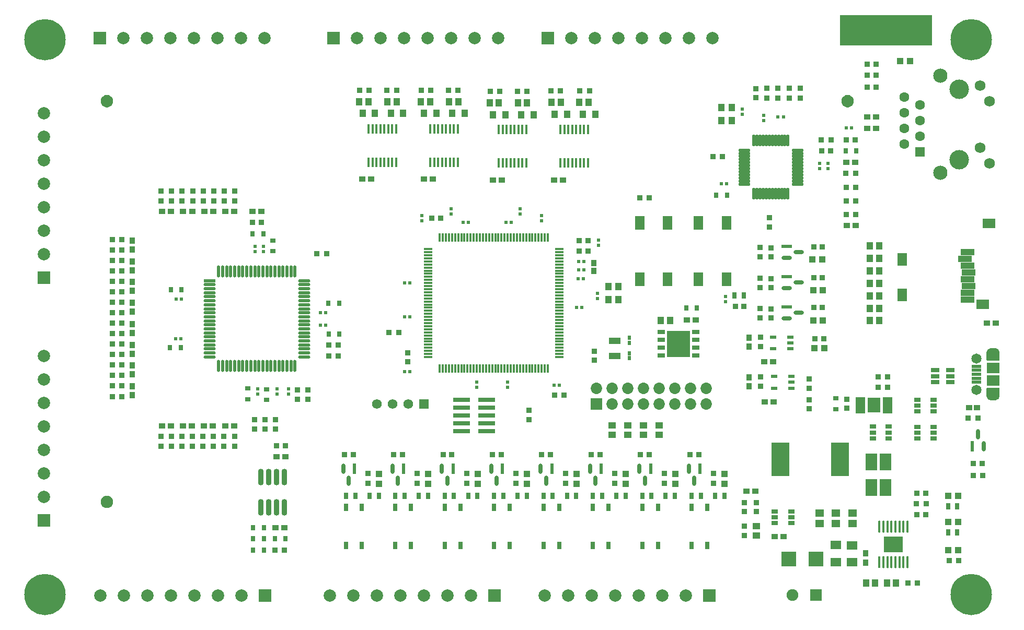
<source format=gbr>
%TF.GenerationSoftware,Altium Limited,Altium Designer,24.2.2 (26)*%
G04 Layer_Color=8388736*
%FSLAX45Y45*%
%MOMM*%
%TF.SameCoordinates,A2E2EA48-9257-4B33-8537-14B19699C7D1*%
%TF.FilePolarity,Negative*%
%TF.FileFunction,Soldermask,Top*%
%TF.Part,Single*%
G01*
G75*
%TA.AperFunction,SMDPad,CuDef*%
%ADD12R,0.35000X1.35000*%
%ADD13R,1.35000X0.35000*%
%ADD17R,1.65872X0.62684*%
G04:AMPARAMS|DCode=18|XSize=1.65872mm|YSize=0.62684mm|CornerRadius=0.31342mm|HoleSize=0mm|Usage=FLASHONLY|Rotation=0.000|XOffset=0mm|YOffset=0mm|HoleType=Round|Shape=RoundedRectangle|*
%AMROUNDEDRECTD18*
21,1,1.65872,0.00000,0,0,0.0*
21,1,1.03188,0.62684,0,0,0.0*
1,1,0.62684,0.51594,0.00000*
1,1,0.62684,-0.51594,0.00000*
1,1,0.62684,-0.51594,0.00000*
1,1,0.62684,0.51594,0.00000*
%
%ADD18ROUNDEDRECTD18*%
%ADD19R,1.10000X1.30000*%
%ADD20R,0.85872X0.91213*%
%ADD21R,0.91213X0.85872*%
%ADD24R,1.80620X1.35443*%
%ADD25R,0.95822X1.00650*%
%ADD26R,2.79000X0.74000*%
%ADD27R,0.57247X0.61535*%
%ADD28R,0.61535X0.57247*%
%ADD29R,1.00000X1.25000*%
%ADD31R,0.95814X0.96213*%
%ADD34R,0.75000X1.00000*%
%ADD37R,0.95650X0.96213*%
%ADD38R,0.93504X0.96213*%
%ADD39R,0.96213X0.93504*%
G04:AMPARAMS|DCode=40|XSize=1.1mm|YSize=0.6mm|CornerRadius=0.051mm|HoleSize=0mm|Usage=FLASHONLY|Rotation=0.000|XOffset=0mm|YOffset=0mm|HoleType=Round|Shape=RoundedRectangle|*
%AMROUNDEDRECTD40*
21,1,1.10000,0.49800,0,0,0.0*
21,1,0.99800,0.60000,0,0,0.0*
1,1,0.10200,0.49900,-0.24900*
1,1,0.10200,-0.49900,-0.24900*
1,1,0.10200,-0.49900,0.24900*
1,1,0.10200,0.49900,0.24900*
%
%ADD40ROUNDEDRECTD40*%
%ADD41R,3.06000X2.66000*%
G04:AMPARAMS|DCode=42|XSize=1.95543mm|YSize=0.42077mm|CornerRadius=0.21038mm|HoleSize=0mm|Usage=FLASHONLY|Rotation=90.000|XOffset=0mm|YOffset=0mm|HoleType=Round|Shape=RoundedRectangle|*
%AMROUNDEDRECTD42*
21,1,1.95543,0.00000,0,0,90.0*
21,1,1.53467,0.42077,0,0,90.0*
1,1,0.42077,0.00000,0.76733*
1,1,0.42077,0.00000,-0.76733*
1,1,0.42077,0.00000,-0.76733*
1,1,0.42077,0.00000,0.76733*
%
%ADD42ROUNDEDRECTD42*%
%ADD43R,0.42077X1.95543*%
%ADD44R,1.90292X2.70620*%
%ADD45R,2.90000X5.40000*%
%ADD47R,1.45620X1.25464*%
%ADD48R,0.95872X0.91213*%
%ADD49R,1.13108X0.91213*%
%ADD52R,1.00650X0.95822*%
%ADD56R,0.66213X0.91213*%
%ADD57R,1.90000X1.10000*%
%ADD58R,0.61213X0.68106*%
%ADD59R,0.91213X0.95872*%
%ADD60R,1.95524X0.49493*%
G04:AMPARAMS|DCode=61|XSize=1.95524mm|YSize=0.49493mm|CornerRadius=0.24746mm|HoleSize=0mm|Usage=FLASHONLY|Rotation=0.000|XOffset=0mm|YOffset=0mm|HoleType=Round|Shape=RoundedRectangle|*
%AMROUNDEDRECTD61*
21,1,1.95524,0.00000,0,0,0.0*
21,1,1.46031,0.49493,0,0,0.0*
1,1,0.49493,0.73015,0.00000*
1,1,0.49493,-0.73015,0.00000*
1,1,0.49493,-0.73015,0.00000*
1,1,0.49493,0.73015,0.00000*
%
%ADD61ROUNDEDRECTD61*%
G04:AMPARAMS|DCode=62|XSize=0.49493mm|YSize=1.95524mm|CornerRadius=0.24746mm|HoleSize=0mm|Usage=FLASHONLY|Rotation=0.000|XOffset=0mm|YOffset=0mm|HoleType=Round|Shape=RoundedRectangle|*
%AMROUNDEDRECTD62*
21,1,0.49493,1.46031,0,0,0.0*
21,1,0.00000,1.95524,0,0,0.0*
1,1,0.49493,0.00000,-0.73015*
1,1,0.49493,0.00000,-0.73015*
1,1,0.49493,0.00000,0.73015*
1,1,0.49493,0.00000,0.73015*
%
%ADD62ROUNDEDRECTD62*%
%ADD63R,1.10000X0.60000*%
%ADD64R,0.91213X0.95814*%
%ADD65R,0.96213X0.95650*%
%ADD66R,0.95814X0.91213*%
%ADD67R,0.91213X1.13108*%
%ADD68R,0.41000X1.60000*%
%ADD72R,0.91213X0.66213*%
G04:AMPARAMS|DCode=73|XSize=1.65872mm|YSize=0.62684mm|CornerRadius=0.31342mm|HoleSize=0mm|Usage=FLASHONLY|Rotation=90.000|XOffset=0mm|YOffset=0mm|HoleType=Round|Shape=RoundedRectangle|*
%AMROUNDEDRECTD73*
21,1,1.65872,0.00000,0,0,90.0*
21,1,1.03188,0.62684,0,0,90.0*
1,1,0.62684,0.00000,0.51594*
1,1,0.62684,0.00000,-0.51594*
1,1,0.62684,0.00000,-0.51594*
1,1,0.62684,0.00000,0.51594*
%
%ADD73ROUNDEDRECTD73*%
%ADD74R,0.62684X1.65872*%
%ADD75R,0.80000X1.20000*%
%TA.AperFunction,ComponentPad*%
%ADD103C,1.57000*%
%ADD104R,1.57000X1.57000*%
%TA.AperFunction,NonConductor*%
%ADD136R,15.00000X5.00000*%
%TA.AperFunction,Conductor*%
%ADD137C,0.70320*%
%TA.AperFunction,SMDPad,CuDef*%
%ADD138R,2.10320X1.60320*%
%ADD139R,2.20320X1.00320*%
%ADD140R,1.60320X2.00320*%
G04:AMPARAMS|DCode=141|XSize=0.5032mm|YSize=1.8532mm|CornerRadius=0.1511mm|HoleSize=0mm|Usage=FLASHONLY|Rotation=90.000|XOffset=0mm|YOffset=0mm|HoleType=Round|Shape=RoundedRectangle|*
%AMROUNDEDRECTD141*
21,1,0.50320,1.55100,0,0,90.0*
21,1,0.20100,1.85320,0,0,90.0*
1,1,0.30220,0.77550,0.10050*
1,1,0.30220,0.77550,-0.10050*
1,1,0.30220,-0.77550,-0.10050*
1,1,0.30220,-0.77550,0.10050*
%
%ADD141ROUNDEDRECTD141*%
G04:AMPARAMS|DCode=142|XSize=0.5032mm|YSize=1.8532mm|CornerRadius=0.1511mm|HoleSize=0mm|Usage=FLASHONLY|Rotation=180.000|XOffset=0mm|YOffset=0mm|HoleType=Round|Shape=RoundedRectangle|*
%AMROUNDEDRECTD142*
21,1,0.50320,1.55100,0,0,180.0*
21,1,0.20100,1.85320,0,0,180.0*
1,1,0.30220,-0.10050,0.77550*
1,1,0.30220,0.10050,0.77550*
1,1,0.30220,0.10050,-0.77550*
1,1,0.30220,-0.10050,-0.77550*
%
%ADD142ROUNDEDRECTD142*%
%ADD143R,1.00320X1.20320*%
%ADD144R,1.60320X0.65320*%
%ADD145R,2.04920X2.35320*%
%ADD146R,1.00320X1.00320*%
%ADD147R,1.10320X1.25320*%
%ADD148R,2.40320X2.35320*%
%ADD149R,1.40320X0.80320*%
%ADD150R,1.20320X1.00320*%
%ADD151R,1.60320X2.30320*%
%ADD152R,1.30320X0.65320*%
%ADD153R,3.70320X4.30320*%
%ADD154R,1.00320X1.00320*%
%ADD155R,1.55320X0.60320*%
%ADD156R,2.10320X1.70320*%
%ADD157O,0.90320X2.70320*%
%TA.AperFunction,ComponentPad*%
%ADD158R,1.60320X1.60320*%
%ADD159C,1.60320*%
%ADD160C,1.75320*%
%ADD161C,2.30320*%
%ADD162C,3.15320*%
%ADD163R,2.00320X2.00320*%
%ADD164C,2.00320*%
%ADD165R,2.00320X2.00320*%
%ADD166C,1.85320*%
%ADD167C,6.70320*%
%ADD168C,1.90320*%
%ADD169R,1.90320X1.90320*%
%ADD170C,1.65320*%
%ADD171R,1.85320X1.85320*%
%TA.AperFunction,ViaPad*%
%ADD172C,1.20320*%
G36*
X15529169Y10596157D02*
X15547368Y10588619D01*
X15563747Y10577675D01*
X15577675Y10563746D01*
X15588618Y10547368D01*
X15596156Y10529169D01*
X15600000Y10509849D01*
Y10500000D01*
Y10490151D01*
X15596156Y10470831D01*
X15588618Y10452632D01*
X15577675Y10436254D01*
X15563747Y10422325D01*
X15547368Y10411381D01*
X15529169Y10403843D01*
X15509850Y10400000D01*
X15490150D01*
X15470831Y10403843D01*
X15452632Y10411381D01*
X15436253Y10422325D01*
X15422325Y10436254D01*
X15411382Y10452632D01*
X15403844Y10470831D01*
X15400000Y10490151D01*
Y10500000D01*
Y10509849D01*
X15403844Y10529169D01*
X15411382Y10547368D01*
X15422325Y10563746D01*
X15436253Y10577675D01*
X15452632Y10588619D01*
X15470831Y10596157D01*
X15490150Y10600000D01*
X15509850D01*
X15529169Y10596157D01*
D02*
G37*
G36*
X3529169D02*
X3547368Y10588619D01*
X3563746Y10577675D01*
X3577675Y10563746D01*
X3588619Y10547368D01*
X3596157Y10529169D01*
X3600000Y10509849D01*
Y10500000D01*
Y10490151D01*
X3596157Y10470831D01*
X3588619Y10452632D01*
X3577675Y10436254D01*
X3563746Y10422325D01*
X3547368Y10411381D01*
X3529169Y10403843D01*
X3509849Y10400000D01*
X3490151D01*
X3470831Y10403843D01*
X3452632Y10411381D01*
X3436254Y10422325D01*
X3422325Y10436254D01*
X3411381Y10452632D01*
X3403843Y10470831D01*
X3400000Y10490151D01*
Y10500000D01*
Y10509849D01*
X3403843Y10529169D01*
X3411381Y10547368D01*
X3422325Y10563746D01*
X3436254Y10577675D01*
X3452632Y10588619D01*
X3470831Y10596157D01*
X3490151Y10600000D01*
X3509849D01*
X3529169Y10596157D01*
D02*
G37*
G36*
X17901329Y6490095D02*
X17902635Y6489835D01*
X17903896Y6489407D01*
X17904485Y6489117D01*
X17905090Y6488818D01*
X17906198Y6488078D01*
X17907199Y6487200D01*
Y6487200D01*
X17907201D01*
X17908078Y6486199D01*
X17908818Y6485091D01*
X17909116Y6484486D01*
X17909407Y6483897D01*
X17909834Y6482636D01*
X17910095Y6481330D01*
X17910182Y6480001D01*
D01*
Y6480001D01*
Y6440182D01*
X17950000D01*
X17951329Y6440095D01*
X17952635Y6439835D01*
X17953897Y6439407D01*
X17955090Y6438818D01*
X17956200Y6438078D01*
X17957201Y6437200D01*
X17958078Y6436199D01*
X17958818Y6435091D01*
X17959407Y6433897D01*
X17959834Y6432636D01*
X17960095Y6431329D01*
X17960182Y6430000D01*
Y6300000D01*
X17960095Y6298671D01*
X17959834Y6297365D01*
X17959407Y6296104D01*
X17958818Y6294909D01*
X17958078Y6293802D01*
X17957201Y6292801D01*
X17956200Y6291923D01*
X17955090Y6291183D01*
X17953897Y6290593D01*
X17952635Y6290165D01*
X17951329Y6289906D01*
X17950000Y6289819D01*
X17760001D01*
X17758672Y6289906D01*
X17757365Y6290165D01*
X17756104Y6290593D01*
X17754909Y6291183D01*
X17753802Y6291923D01*
X17752800Y6292801D01*
X17751923Y6293802D01*
X17751183Y6294909D01*
X17750594Y6296104D01*
X17750165Y6297365D01*
X17749905Y6298671D01*
X17749818Y6300000D01*
Y6430000D01*
X17749905Y6431329D01*
X17750165Y6432636D01*
X17750594Y6433897D01*
X17751183Y6435091D01*
X17751923Y6436199D01*
X17752800Y6437200D01*
X17753802Y6438078D01*
X17754909Y6438818D01*
X17756104Y6439407D01*
X17757365Y6439835D01*
X17758672Y6440095D01*
X17760001Y6440182D01*
X17799815D01*
Y6479998D01*
X17799902Y6481327D01*
X17800163Y6482633D01*
X17800591Y6483895D01*
X17800880Y6484484D01*
X17801180Y6485089D01*
X17801920Y6486196D01*
X17802798Y6487198D01*
X17802798D01*
Y6487198D01*
X17803799Y6488076D01*
X17804906Y6488816D01*
X17805511Y6489114D01*
X17806100Y6489405D01*
X17807362Y6489833D01*
X17808669Y6490093D01*
X17809998Y6490180D01*
X17900000Y6490182D01*
D01*
X17900000D01*
X17901329Y6490095D01*
D02*
G37*
G36*
X17951329Y5850095D02*
X17952635Y5849835D01*
X17953897Y5849407D01*
X17955090Y5848818D01*
X17956200Y5848078D01*
X17957201Y5847200D01*
X17958078Y5846199D01*
X17958818Y5845091D01*
X17959407Y5843897D01*
X17959834Y5842636D01*
X17960095Y5841329D01*
X17960182Y5840000D01*
Y5710000D01*
X17960095Y5708671D01*
X17959834Y5707365D01*
X17959407Y5706104D01*
X17958818Y5704909D01*
X17958078Y5703802D01*
X17957201Y5702801D01*
X17956200Y5701923D01*
X17955090Y5701183D01*
X17953897Y5700593D01*
X17952635Y5700165D01*
X17951329Y5699906D01*
X17950000Y5699818D01*
X17910185D01*
Y5660002D01*
X17910098Y5658673D01*
X17909837Y5657367D01*
X17909410Y5656106D01*
X17909119Y5655517D01*
X17908821Y5654912D01*
X17908081Y5653804D01*
X17907204Y5652803D01*
X17907202D01*
Y5652803D01*
X17906201Y5651925D01*
X17905093Y5651185D01*
X17904489Y5650886D01*
X17903899Y5650596D01*
X17902638Y5650168D01*
X17901332Y5649908D01*
X17900003Y5649821D01*
X17810001Y5649818D01*
D01*
X17810001D01*
X17808672Y5649905D01*
X17807365Y5650165D01*
X17806104Y5650593D01*
X17805515Y5650884D01*
X17804910Y5651182D01*
X17803802Y5651922D01*
X17802802Y5652800D01*
Y5652800D01*
X17802802D01*
X17801923Y5653802D01*
X17801183Y5654909D01*
X17800883Y5655514D01*
X17800594Y5656103D01*
X17800165Y5657365D01*
X17799905Y5658671D01*
X17799818Y5660000D01*
D01*
Y5660000D01*
Y5699818D01*
X17760001D01*
X17758672Y5699906D01*
X17757365Y5700165D01*
X17756104Y5700593D01*
X17754909Y5701183D01*
X17753802Y5701923D01*
X17752800Y5702801D01*
X17751923Y5703802D01*
X17751183Y5704909D01*
X17750594Y5706104D01*
X17750165Y5707365D01*
X17749905Y5708671D01*
X17749818Y5710000D01*
Y5840000D01*
X17749905Y5841329D01*
X17750165Y5842636D01*
X17750594Y5843897D01*
X17751183Y5845091D01*
X17751923Y5846199D01*
X17752800Y5847200D01*
X17753802Y5848078D01*
X17754909Y5848818D01*
X17756104Y5849407D01*
X17757365Y5849835D01*
X17758672Y5850095D01*
X17760001Y5850182D01*
X17950000D01*
X17951329Y5850095D01*
D02*
G37*
G36*
X3529169Y4096157D02*
X3547368Y4088619D01*
X3563746Y4077675D01*
X3577675Y4063746D01*
X3588619Y4047368D01*
X3596157Y4029169D01*
X3600000Y4009849D01*
Y4000000D01*
Y3990151D01*
X3596157Y3970831D01*
X3588619Y3952632D01*
X3577675Y3936253D01*
X3563746Y3922325D01*
X3547368Y3911381D01*
X3529169Y3903843D01*
X3509849Y3900000D01*
X3490151D01*
X3470831Y3903843D01*
X3452632Y3911381D01*
X3436254Y3922325D01*
X3422325Y3936253D01*
X3411381Y3952632D01*
X3403843Y3970831D01*
X3400000Y3990151D01*
Y4000000D01*
Y4009849D01*
X3403843Y4029169D01*
X3411381Y4047368D01*
X3422325Y4063746D01*
X3436254Y4077675D01*
X3452632Y4088619D01*
X3470831Y4096157D01*
X3490151Y4100000D01*
X3509849D01*
X3529169Y4096157D01*
D02*
G37*
D12*
X10642500Y6162501D02*
D03*
X10592500D02*
D03*
X10542500D02*
D03*
X10492500D02*
D03*
X10442500D02*
D03*
X10392500D02*
D03*
X10342500D02*
D03*
X10292500D02*
D03*
X10242500D02*
D03*
X10192500D02*
D03*
X10142500D02*
D03*
X10092500D02*
D03*
X10042500D02*
D03*
X9992500D02*
D03*
X9942500D02*
D03*
X9892500D02*
D03*
X9842500D02*
D03*
X9792500D02*
D03*
X9742500D02*
D03*
X9692500D02*
D03*
X9642500D02*
D03*
X9592500D02*
D03*
X9542500D02*
D03*
X9492500D02*
D03*
X9442500D02*
D03*
X9392500D02*
D03*
X9342500D02*
D03*
X9292500D02*
D03*
X9242500D02*
D03*
X9192500D02*
D03*
X9142500D02*
D03*
X9092500D02*
D03*
X9042500D02*
D03*
X8992500D02*
D03*
X8942500D02*
D03*
X8892500D02*
D03*
Y8287501D02*
D03*
X8942500D02*
D03*
X8992500D02*
D03*
X9042500D02*
D03*
X9092500D02*
D03*
X9142500D02*
D03*
X9192500D02*
D03*
X9242500D02*
D03*
X9292500D02*
D03*
X9342500D02*
D03*
X9392500D02*
D03*
X9442500D02*
D03*
X9492500D02*
D03*
X9542500D02*
D03*
X9592500D02*
D03*
X9642500D02*
D03*
X9692500D02*
D03*
X9742500D02*
D03*
X9792500D02*
D03*
X9842500D02*
D03*
X9892500D02*
D03*
X9942500D02*
D03*
X9992500D02*
D03*
X10042500D02*
D03*
X10092500D02*
D03*
X10142500D02*
D03*
X10192500D02*
D03*
X10242500D02*
D03*
X10292500D02*
D03*
X10342500D02*
D03*
X10392500D02*
D03*
X10442500D02*
D03*
X10492500D02*
D03*
X10542500D02*
D03*
X10592500D02*
D03*
X10642500D02*
D03*
D13*
X8705000Y6350001D02*
D03*
Y6400001D02*
D03*
Y6450001D02*
D03*
Y6500001D02*
D03*
Y6550001D02*
D03*
Y6600001D02*
D03*
Y6650001D02*
D03*
Y6700001D02*
D03*
Y6750001D02*
D03*
Y6800001D02*
D03*
Y6850001D02*
D03*
Y6900001D02*
D03*
Y6950001D02*
D03*
Y7000001D02*
D03*
Y7050001D02*
D03*
Y7100001D02*
D03*
Y7150001D02*
D03*
Y7200001D02*
D03*
Y7250001D02*
D03*
Y7300001D02*
D03*
Y7350001D02*
D03*
Y7400001D02*
D03*
Y7450001D02*
D03*
Y7500001D02*
D03*
Y7550001D02*
D03*
Y7600001D02*
D03*
Y7650001D02*
D03*
Y7700001D02*
D03*
Y7750001D02*
D03*
Y7800001D02*
D03*
Y7850001D02*
D03*
Y7900001D02*
D03*
Y7950001D02*
D03*
Y8000001D02*
D03*
Y8050001D02*
D03*
Y8100001D02*
D03*
X10830000D02*
D03*
Y8050001D02*
D03*
Y8000001D02*
D03*
Y7950001D02*
D03*
Y7900001D02*
D03*
Y7850001D02*
D03*
Y7800001D02*
D03*
Y7750001D02*
D03*
Y7700001D02*
D03*
Y7650001D02*
D03*
Y7600001D02*
D03*
Y7550001D02*
D03*
Y7500001D02*
D03*
Y7450001D02*
D03*
Y7400001D02*
D03*
Y7350001D02*
D03*
Y7300001D02*
D03*
Y7250001D02*
D03*
Y7200001D02*
D03*
Y7150001D02*
D03*
Y7100001D02*
D03*
Y7050001D02*
D03*
Y7000001D02*
D03*
Y6950001D02*
D03*
Y6900001D02*
D03*
Y6850001D02*
D03*
Y6800001D02*
D03*
Y6750001D02*
D03*
Y6700001D02*
D03*
Y6650001D02*
D03*
Y6600001D02*
D03*
Y6550001D02*
D03*
Y6500001D02*
D03*
Y6450001D02*
D03*
Y6400001D02*
D03*
Y6350001D02*
D03*
D17*
X14510001Y8143000D02*
D03*
X14512331Y7651500D02*
D03*
X14510001Y7160000D02*
D03*
D18*
Y7960000D02*
D03*
X14705342Y8051500D02*
D03*
X14512331Y7468500D02*
D03*
X14707671Y7560000D02*
D03*
X14705342Y7068500D02*
D03*
X14510001Y6977000D02*
D03*
D19*
X11790000Y7280001D02*
D03*
Y7490001D02*
D03*
X11625000D02*
D03*
Y7280001D02*
D03*
X13622501Y10395000D02*
D03*
Y10185000D02*
D03*
X13457500D02*
D03*
Y10395000D02*
D03*
D20*
X15630063Y8880001D02*
D03*
X15474721D02*
D03*
X15630063Y8660000D02*
D03*
X15474721D02*
D03*
X15627733Y9330000D02*
D03*
X15472392D02*
D03*
X15630063Y9100001D02*
D03*
X15474721D02*
D03*
X11162344Y10669999D02*
D03*
X11317685D02*
D03*
X10694673D02*
D03*
X10850015D02*
D03*
X9863170Y10660000D02*
D03*
X9707828D02*
D03*
X10150158D02*
D03*
X10305499D02*
D03*
X8748341Y10680000D02*
D03*
X8593000D02*
D03*
X9035329D02*
D03*
X9190671D02*
D03*
X3589962Y8252581D02*
D03*
X3745303D02*
D03*
X3589962Y8082581D02*
D03*
X3745303D02*
D03*
X3589962Y7917410D02*
D03*
X3745303D02*
D03*
X3589962Y7747410D02*
D03*
X3745303D02*
D03*
X3590002Y6899991D02*
D03*
X3745343D02*
D03*
X3590000Y7240000D02*
D03*
X3745342D02*
D03*
X3590000Y7070000D02*
D03*
X3745342D02*
D03*
X3590007Y7410000D02*
D03*
X3745349D02*
D03*
X3590002Y6729991D02*
D03*
X3745343D02*
D03*
X3590008Y6389991D02*
D03*
X3745350D02*
D03*
X3589957Y6220050D02*
D03*
X3745298D02*
D03*
X3590007Y7580000D02*
D03*
X3745349D02*
D03*
X3590008Y6559991D02*
D03*
X3745350D02*
D03*
X3590023Y5710000D02*
D03*
X3745364D02*
D03*
X3589957Y6050050D02*
D03*
X3745298D02*
D03*
X3590023Y5880000D02*
D03*
X3745364D02*
D03*
X17145436Y3047607D02*
D03*
X17300777D02*
D03*
X16614659Y3969999D02*
D03*
X16770000D02*
D03*
X6902329Y8030000D02*
D03*
X7057671D02*
D03*
X7751013Y10680000D02*
D03*
X7595672D02*
D03*
X8193343D02*
D03*
X8038001D02*
D03*
X15992329Y6030000D02*
D03*
X16147672D02*
D03*
X12287671Y8930000D02*
D03*
X12132329D02*
D03*
X8227671Y6750000D02*
D03*
X8072329D02*
D03*
X10907671Y5730000D02*
D03*
X10752329D02*
D03*
X17607671Y5360000D02*
D03*
X17452328D02*
D03*
X17534657Y4430000D02*
D03*
X17689999D02*
D03*
X13314722Y9600001D02*
D03*
X13470062D02*
D03*
X15230063Y9870001D02*
D03*
X15074721D02*
D03*
X7247671Y6540000D02*
D03*
X7092329D02*
D03*
X7092329Y6370000D02*
D03*
X7247670D02*
D03*
D21*
X6590000Y5662329D02*
D03*
Y5817671D02*
D03*
X5567414Y4904659D02*
D03*
Y5060000D02*
D03*
X5397414Y4904659D02*
D03*
Y5060000D02*
D03*
X5230000Y9039986D02*
D03*
Y8884644D02*
D03*
X5060000Y9039986D02*
D03*
Y8884644D02*
D03*
X5227326Y4904745D02*
D03*
Y5060086D02*
D03*
X5057326Y4904745D02*
D03*
Y5060086D02*
D03*
X4890000Y9039993D02*
D03*
Y8884652D02*
D03*
X4720000Y9039993D02*
D03*
Y8884652D02*
D03*
X4887326Y4904738D02*
D03*
Y5060080D02*
D03*
X4717326Y4904738D02*
D03*
Y5060080D02*
D03*
X4550000Y9040000D02*
D03*
Y8884659D02*
D03*
X4380000Y9040000D02*
D03*
Y8884659D02*
D03*
X4547326Y4904731D02*
D03*
Y5060072D02*
D03*
X4377326Y4904731D02*
D03*
Y5060072D02*
D03*
X14080000Y8127671D02*
D03*
Y7972329D02*
D03*
Y7137671D02*
D03*
Y6982329D02*
D03*
Y7627671D02*
D03*
Y7472329D02*
D03*
X13830000Y3452329D02*
D03*
Y3607671D02*
D03*
X5569995Y8884725D02*
D03*
Y9040067D02*
D03*
X5399996Y8884725D02*
D03*
Y9040067D02*
D03*
X14084784Y6670000D02*
D03*
Y6514659D02*
D03*
X14880000Y5842329D02*
D03*
Y5997671D02*
D03*
X14084784Y6030000D02*
D03*
Y5874659D02*
D03*
X14192392Y10552330D02*
D03*
Y10707671D02*
D03*
X10340000Y5332329D02*
D03*
Y5487671D02*
D03*
X14232391Y8454659D02*
D03*
Y8610001D02*
D03*
X14732391Y10707671D02*
D03*
Y10552330D02*
D03*
X14372392Y10707671D02*
D03*
Y10552330D02*
D03*
X14552393Y10707671D02*
D03*
Y10552330D02*
D03*
X11727000Y4302329D02*
D03*
Y4457670D02*
D03*
X10926999Y4302329D02*
D03*
Y4457670D02*
D03*
X13327000Y4302329D02*
D03*
Y4457670D02*
D03*
X12527000Y4302329D02*
D03*
Y4457670D02*
D03*
X7730000Y4302329D02*
D03*
Y4457671D02*
D03*
X8526999Y4302329D02*
D03*
Y4457670D02*
D03*
X10127000Y4302329D02*
D03*
Y4457670D02*
D03*
X9327000Y4302329D02*
D03*
Y4457670D02*
D03*
X6760000Y5662329D02*
D03*
Y5817671D02*
D03*
X5890000Y5337671D02*
D03*
Y5182329D02*
D03*
X6060000Y5337671D02*
D03*
Y5182329D02*
D03*
X6230000Y5337671D02*
D03*
Y5182329D02*
D03*
D24*
X15310001Y3022411D02*
D03*
Y3297588D02*
D03*
X15570000Y3295177D02*
D03*
Y3020000D02*
D03*
D25*
X15789999Y3017414D02*
D03*
Y3162585D02*
D03*
X3915349Y7572586D02*
D03*
Y7427415D02*
D03*
X3915303Y8089996D02*
D03*
Y8235167D02*
D03*
Y7754825D02*
D03*
Y7899996D02*
D03*
X3915341Y7232586D02*
D03*
Y7087415D02*
D03*
X3915343Y6737406D02*
D03*
Y6882577D02*
D03*
X3915298Y6212635D02*
D03*
Y6067464D02*
D03*
X3915350Y6397406D02*
D03*
Y6542577D02*
D03*
X3915364Y5872586D02*
D03*
Y5727415D02*
D03*
X13904784Y5877414D02*
D03*
Y6022586D02*
D03*
Y6520000D02*
D03*
Y6665171D02*
D03*
D26*
X9650000Y5150000D02*
D03*
Y5277000D02*
D03*
Y5404000D02*
D03*
Y5531000D02*
D03*
Y5658000D02*
D03*
X9243000Y5150000D02*
D03*
Y5277000D02*
D03*
Y5404000D02*
D03*
Y5531000D02*
D03*
Y5658000D02*
D03*
D27*
X10190000Y8752856D02*
D03*
Y8667144D02*
D03*
X9490000Y5940001D02*
D03*
Y5854289D02*
D03*
X13789999Y10372856D02*
D03*
Y10287144D02*
D03*
X11450000Y7297144D02*
D03*
Y7382856D02*
D03*
X15042392Y9492857D02*
D03*
Y9407144D02*
D03*
X9080000Y8667144D02*
D03*
Y8752856D02*
D03*
X6440000Y5832856D02*
D03*
Y5747144D02*
D03*
X5900000Y8059644D02*
D03*
Y8145356D02*
D03*
X5940000Y5835356D02*
D03*
Y5749644D02*
D03*
X6040000Y8059644D02*
D03*
Y8145356D02*
D03*
X6260000Y5832856D02*
D03*
Y5747144D02*
D03*
X15182391Y9492857D02*
D03*
Y9407144D02*
D03*
X14139999Y10187144D02*
D03*
Y10272857D02*
D03*
X8600000Y8645714D02*
D03*
Y8560001D02*
D03*
X10540000Y8645714D02*
D03*
Y8560001D02*
D03*
X11460000Y8162857D02*
D03*
Y8248570D02*
D03*
X9990000Y5854289D02*
D03*
Y5940001D02*
D03*
X13520000Y7247143D02*
D03*
Y7332856D02*
D03*
D28*
X9270000Y8530000D02*
D03*
X9355713D02*
D03*
X11140000Y7760001D02*
D03*
X11225712D02*
D03*
X7042856Y7070000D02*
D03*
X6957144D02*
D03*
X4705356Y7290000D02*
D03*
X4619643D02*
D03*
X4702856Y6650000D02*
D03*
X4617143D02*
D03*
X6957144Y6870000D02*
D03*
X7042856D02*
D03*
X13542392Y9160001D02*
D03*
X13456679D02*
D03*
X14372392Y10240001D02*
D03*
X14458105D02*
D03*
X10052856Y8530000D02*
D03*
X9967144D02*
D03*
X8324287Y7550001D02*
D03*
X8410000D02*
D03*
X11225712Y7900001D02*
D03*
X11140000D02*
D03*
X11222856Y7620001D02*
D03*
X11137144D02*
D03*
X11195712Y7150001D02*
D03*
X11110000D02*
D03*
X10832856Y5890000D02*
D03*
X10747144D02*
D03*
X8324287Y7000001D02*
D03*
X8410000D02*
D03*
X8324287Y6110001D02*
D03*
X8410000D02*
D03*
X15562856Y10070000D02*
D03*
X15477144D02*
D03*
D29*
X11209672Y10290000D02*
D03*
X11409672D02*
D03*
X10756672Y10289999D02*
D03*
X10956672D02*
D03*
X9955157Y10280001D02*
D03*
X9755157D02*
D03*
X10212157Y10280000D02*
D03*
X10412157D02*
D03*
X8840328Y10300000D02*
D03*
X8640328D02*
D03*
X9097328Y10300000D02*
D03*
X9297328D02*
D03*
X8100000Y10300000D02*
D03*
X8300000D02*
D03*
X7843000Y10300000D02*
D03*
X7643000D02*
D03*
D31*
X11147301Y8240000D02*
D03*
X11292699D02*
D03*
X15622699Y9870000D02*
D03*
X15477301D02*
D03*
X6227301Y3220000D02*
D03*
X6372699D02*
D03*
X5857301Y8530000D02*
D03*
X6002699D02*
D03*
D34*
X17275000Y3502000D02*
D03*
X17125000D02*
D03*
X17125000Y3930000D02*
D03*
X17275000D02*
D03*
X13814999Y7350000D02*
D03*
X13664999D02*
D03*
X11902000Y4099999D02*
D03*
X11752000D02*
D03*
X11372000D02*
D03*
X11522000D02*
D03*
X10572000D02*
D03*
X10722000D02*
D03*
X11102000D02*
D03*
X10952000D02*
D03*
X13502000D02*
D03*
X13352000D02*
D03*
X12972000D02*
D03*
X13122000D02*
D03*
X12172000D02*
D03*
X12322000D02*
D03*
X12702000D02*
D03*
X12552000D02*
D03*
X7905000Y4100000D02*
D03*
X7755000D02*
D03*
X7375000D02*
D03*
X7525000D02*
D03*
X8172000Y4099999D02*
D03*
X8322000D02*
D03*
X8702000D02*
D03*
X8552000D02*
D03*
X10302000D02*
D03*
X10152000D02*
D03*
X9772000D02*
D03*
X9922000D02*
D03*
X8972000D02*
D03*
X9122000D02*
D03*
X9502000D02*
D03*
X9352000D02*
D03*
D37*
X16480000Y2680000D02*
D03*
X16630171D02*
D03*
D38*
X14948462Y7640000D02*
D03*
X15091541D02*
D03*
X14948460Y7150000D02*
D03*
X15091541D02*
D03*
X16618462Y3790000D02*
D03*
X16761539D02*
D03*
X14968462Y6650000D02*
D03*
X15111539D02*
D03*
X15091541Y8140000D02*
D03*
X14948460D02*
D03*
X15960001Y10920000D02*
D03*
X15816920D02*
D03*
X15961539Y11100000D02*
D03*
X15818462D02*
D03*
X15961539Y10730000D02*
D03*
X15818462D02*
D03*
X13821539Y7170000D02*
D03*
X13678461D02*
D03*
X17538460Y4620000D02*
D03*
X17681538D02*
D03*
X15223930Y9690001D02*
D03*
X15080853D02*
D03*
X11488539Y4770000D02*
D03*
X11345460D02*
D03*
X10688539D02*
D03*
X10545460D02*
D03*
X13088539D02*
D03*
X12945461D02*
D03*
X12288539D02*
D03*
X12145460D02*
D03*
X7491539Y4770000D02*
D03*
X7348461D02*
D03*
X8288539Y4770000D02*
D03*
X8145460D02*
D03*
X9888539D02*
D03*
X9745460D02*
D03*
X9088539D02*
D03*
X8945460D02*
D03*
D39*
X14260001Y8121540D02*
D03*
Y7978461D02*
D03*
Y7621539D02*
D03*
Y7478461D02*
D03*
Y7131539D02*
D03*
Y6988460D02*
D03*
X14880000Y5651539D02*
D03*
Y5508461D02*
D03*
X14020000Y3840000D02*
D03*
Y3983079D02*
D03*
X14012392Y10701540D02*
D03*
Y10558461D02*
D03*
D40*
X15905000Y5220000D02*
D03*
Y5125000D02*
D03*
Y5030000D02*
D03*
X16164999D02*
D03*
Y5125000D02*
D03*
Y5220000D02*
D03*
X16630000Y5655000D02*
D03*
Y5560000D02*
D03*
Y5465000D02*
D03*
X16889999D02*
D03*
Y5560000D02*
D03*
Y5655000D02*
D03*
X16889999Y5025000D02*
D03*
Y5120000D02*
D03*
Y5215000D02*
D03*
X16630000D02*
D03*
Y5120000D02*
D03*
Y5025000D02*
D03*
X14584999Y3655000D02*
D03*
Y3750000D02*
D03*
Y3845000D02*
D03*
X14315001D02*
D03*
Y3750000D02*
D03*
Y3655000D02*
D03*
D41*
X16239999Y3310000D02*
D03*
D42*
X16012500Y3597538D02*
D03*
X16077499D02*
D03*
X16142500D02*
D03*
X16207500D02*
D03*
X16272501D02*
D03*
X16337500D02*
D03*
X16402499D02*
D03*
X16467500D02*
D03*
Y3022462D02*
D03*
X16402499D02*
D03*
X16337500D02*
D03*
X16272501D02*
D03*
X16207500D02*
D03*
X16142500D02*
D03*
X16077499D02*
D03*
D43*
X16012500D02*
D03*
D44*
X16110001Y4230000D02*
D03*
X15879878D02*
D03*
X16110001Y4650000D02*
D03*
X15879878D02*
D03*
D45*
X15380000Y4690000D02*
D03*
X14410001D02*
D03*
D47*
X15580000Y3815156D02*
D03*
Y3650000D02*
D03*
X15310001Y3815156D02*
D03*
Y3650000D02*
D03*
X15048000Y3815157D02*
D03*
Y3650001D02*
D03*
D48*
X16142671Y5860000D02*
D03*
X15997330D02*
D03*
X16762671Y4139999D02*
D03*
X16617329D02*
D03*
X11292671Y8065714D02*
D03*
X11147329D02*
D03*
X6390000Y4910000D02*
D03*
X6244659D02*
D03*
D49*
X17594052Y5530000D02*
D03*
X17465948D02*
D03*
D52*
X13857414Y4170000D02*
D03*
X14002586D02*
D03*
X5414829Y5230000D02*
D03*
X5560000D02*
D03*
X5417410Y8714725D02*
D03*
X5562581D02*
D03*
X5074740Y5230086D02*
D03*
X5219911D02*
D03*
X5077415Y8714644D02*
D03*
X5222586D02*
D03*
X4734740Y5230079D02*
D03*
X4879911D02*
D03*
X4737414Y8714652D02*
D03*
X4882586D02*
D03*
X4394740Y5230072D02*
D03*
X4539911D02*
D03*
X4397414Y8714659D02*
D03*
X4542586D02*
D03*
X12897415Y6952001D02*
D03*
X13042586D02*
D03*
X6002586Y8710000D02*
D03*
X5857414D02*
D03*
X14294785Y6270000D02*
D03*
X14149612D02*
D03*
X14304784Y5620000D02*
D03*
X14159613D02*
D03*
X14317413Y3440000D02*
D03*
X14462585D02*
D03*
X15962585Y10060000D02*
D03*
X15817415D02*
D03*
X15962585Y10240000D02*
D03*
X15817415D02*
D03*
X10745157Y9220001D02*
D03*
X10890328D02*
D03*
X9749986D02*
D03*
X9895157D02*
D03*
X8635157Y9240001D02*
D03*
X8780328D02*
D03*
X7637829Y9240000D02*
D03*
X7783000D02*
D03*
X17902586Y6900000D02*
D03*
X17757414D02*
D03*
X15487221Y8480001D02*
D03*
X15632391D02*
D03*
X15479807Y9510001D02*
D03*
X15624979D02*
D03*
X6389915Y4730000D02*
D03*
X6244744D02*
D03*
X6377329Y3580000D02*
D03*
X6232158D02*
D03*
D56*
X12882500Y7142001D02*
D03*
X13057500D02*
D03*
X4710000Y7440000D02*
D03*
X4535000D02*
D03*
X13547501Y8970000D02*
D03*
X13372501D02*
D03*
X15464893Y9690001D02*
D03*
X15639893D02*
D03*
X5867244Y3400000D02*
D03*
X6042244D02*
D03*
X5867244Y3220000D02*
D03*
X6042244D02*
D03*
X5867244Y3580000D02*
D03*
X6042244D02*
D03*
X6394744Y3400000D02*
D03*
X6219744D02*
D03*
X7267500Y6720000D02*
D03*
X7092500D02*
D03*
X7265000Y7220000D02*
D03*
X7090000D02*
D03*
X6037500Y8350000D02*
D03*
X5862500D02*
D03*
X4525000Y6500000D02*
D03*
X4700000D02*
D03*
D57*
X11729940Y6615046D02*
D03*
Y6365046D02*
D03*
D58*
X11960000Y6578447D02*
D03*
Y6661555D02*
D03*
Y6411555D02*
D03*
Y6328447D02*
D03*
D59*
X11400000Y6442671D02*
D03*
Y6297329D02*
D03*
D60*
X5162452Y7587499D02*
D03*
D61*
Y7522500D02*
D03*
Y7457499D02*
D03*
Y7392500D02*
D03*
Y7327499D02*
D03*
Y7262500D02*
D03*
Y7197499D02*
D03*
Y7132500D02*
D03*
Y7067499D02*
D03*
Y7002500D02*
D03*
Y6937499D02*
D03*
Y6872500D02*
D03*
Y6807499D02*
D03*
Y6742500D02*
D03*
Y6677499D02*
D03*
Y6612500D02*
D03*
Y6547499D02*
D03*
Y6482500D02*
D03*
Y6417499D02*
D03*
Y6352500D02*
D03*
X6697548D02*
D03*
Y6417499D02*
D03*
Y6482500D02*
D03*
Y6547499D02*
D03*
Y6612500D02*
D03*
Y6677499D02*
D03*
Y6742500D02*
D03*
Y6807499D02*
D03*
Y6872500D02*
D03*
Y6937499D02*
D03*
Y7002500D02*
D03*
Y7067499D02*
D03*
Y7132500D02*
D03*
Y7197499D02*
D03*
Y7262500D02*
D03*
Y7327499D02*
D03*
Y7392500D02*
D03*
Y7457499D02*
D03*
Y7522500D02*
D03*
Y7587499D02*
D03*
D62*
X5312500Y6202451D02*
D03*
X5377500D02*
D03*
X5442500D02*
D03*
X5507500D02*
D03*
X5572500D02*
D03*
X5637500D02*
D03*
X5702500D02*
D03*
X5767500D02*
D03*
X5832500D02*
D03*
X5897500D02*
D03*
X5962500D02*
D03*
X6027500D02*
D03*
X6092500D02*
D03*
X6157500D02*
D03*
X6222500D02*
D03*
X6287500D02*
D03*
X6352500D02*
D03*
X6417500D02*
D03*
X6482500D02*
D03*
X6547500D02*
D03*
Y7737548D02*
D03*
X6482500D02*
D03*
X6417500D02*
D03*
X6352500D02*
D03*
X6287500D02*
D03*
X6222500D02*
D03*
X6157500D02*
D03*
X6092500D02*
D03*
X6027500D02*
D03*
X5962500D02*
D03*
X5897500D02*
D03*
X5832500D02*
D03*
X5767500D02*
D03*
X5702500D02*
D03*
X5637500D02*
D03*
X5572500D02*
D03*
X5507500D02*
D03*
X5442500D02*
D03*
X5377500D02*
D03*
X5312500D02*
D03*
D63*
X14574783Y6485000D02*
D03*
Y6580000D02*
D03*
Y6675000D02*
D03*
X14294785D02*
D03*
Y6485000D02*
D03*
X14584836Y5845048D02*
D03*
Y5940048D02*
D03*
Y6035048D02*
D03*
X14304836D02*
D03*
Y5845048D02*
D03*
D64*
X15487804Y5517301D02*
D03*
Y5662699D02*
D03*
X8370000Y6274602D02*
D03*
Y6420001D02*
D03*
D65*
X13830000Y3840000D02*
D03*
Y3990171D02*
D03*
D66*
X8764601Y8600001D02*
D03*
X8910000D02*
D03*
D67*
X11390000Y7745949D02*
D03*
Y7874054D02*
D03*
D68*
X10847750Y10040000D02*
D03*
X10911250D02*
D03*
X10974750D02*
D03*
X11038250D02*
D03*
X11101750D02*
D03*
X11165250D02*
D03*
X11228750D02*
D03*
X11292250D02*
D03*
Y9500000D02*
D03*
X11228750D02*
D03*
X11165250D02*
D03*
X11101750D02*
D03*
X11038250D02*
D03*
X10974750D02*
D03*
X10911250D02*
D03*
X10847750D02*
D03*
X9847750Y10040000D02*
D03*
X9911250D02*
D03*
X9974750D02*
D03*
X10038250D02*
D03*
X10101750D02*
D03*
X10165250D02*
D03*
X10228750D02*
D03*
X10292250D02*
D03*
Y9500000D02*
D03*
X10228750D02*
D03*
X10165250D02*
D03*
X10101750D02*
D03*
X10038250D02*
D03*
X9974750D02*
D03*
X9911250D02*
D03*
X9847750D02*
D03*
X7740750Y10050000D02*
D03*
X7804250D02*
D03*
X7867750D02*
D03*
X7931250D02*
D03*
X7994750D02*
D03*
X8058250D02*
D03*
X8121750D02*
D03*
X8185250D02*
D03*
Y9510000D02*
D03*
X8121750D02*
D03*
X8058250D02*
D03*
X7994750D02*
D03*
X7931250D02*
D03*
X7867750D02*
D03*
X7804250D02*
D03*
X7740750D02*
D03*
X8738078Y10050000D02*
D03*
X8801578D02*
D03*
X8865078D02*
D03*
X8928578D02*
D03*
X8992078D02*
D03*
X9055578D02*
D03*
X9119078D02*
D03*
X9182578D02*
D03*
Y9510001D02*
D03*
X9119078D02*
D03*
X9055578D02*
D03*
X8992078D02*
D03*
X8928578D02*
D03*
X8865078D02*
D03*
X8801578D02*
D03*
X8738078D02*
D03*
D72*
X15307803Y5502500D02*
D03*
Y5677500D02*
D03*
X6090000Y5652500D02*
D03*
Y5827500D02*
D03*
X6190000Y8240000D02*
D03*
Y8065000D02*
D03*
X5780000Y5662500D02*
D03*
Y5837500D02*
D03*
D73*
X17610001Y5100000D02*
D03*
X17701500Y4904659D02*
D03*
X11417000Y4342329D02*
D03*
X11325500Y4537670D02*
D03*
X10617000Y4342329D02*
D03*
X10525500Y4537670D02*
D03*
X13017000Y4342329D02*
D03*
X12925500Y4537670D02*
D03*
X12217000Y4342329D02*
D03*
X12125500Y4537670D02*
D03*
X7420000Y4342329D02*
D03*
X7328500Y4537671D02*
D03*
X8217000Y4342329D02*
D03*
X8125500Y4537670D02*
D03*
X9817000Y4342329D02*
D03*
X9725500Y4537670D02*
D03*
X9017000Y4342329D02*
D03*
X8925500Y4537670D02*
D03*
D74*
X17518500Y4904659D02*
D03*
X11508500Y4537670D02*
D03*
X10708500D02*
D03*
X13108501D02*
D03*
X12308500D02*
D03*
X7511500Y4537671D02*
D03*
X8308500Y4537670D02*
D03*
X9908500D02*
D03*
X9108500D02*
D03*
D75*
X11627000Y3292500D02*
D03*
X11373000D02*
D03*
Y3907500D02*
D03*
X11627000D02*
D03*
X10827000Y3292500D02*
D03*
X10573000D02*
D03*
Y3907500D02*
D03*
X10827000D02*
D03*
X13227000Y3292500D02*
D03*
X12973000D02*
D03*
Y3907500D02*
D03*
X13227000D02*
D03*
X12427000Y3292500D02*
D03*
X12173000D02*
D03*
Y3907500D02*
D03*
X12427000D02*
D03*
X7630000Y3292500D02*
D03*
X7376000D02*
D03*
Y3907500D02*
D03*
X7630000D02*
D03*
X8427000Y3292500D02*
D03*
X8173000D02*
D03*
Y3907500D02*
D03*
X8427000D02*
D03*
X10027000Y3292500D02*
D03*
X9773000D02*
D03*
Y3907500D02*
D03*
X10027000D02*
D03*
X9227000Y3292500D02*
D03*
X8973000D02*
D03*
Y3907500D02*
D03*
X9227000D02*
D03*
D103*
X7874000Y5588000D02*
D03*
X8128000D02*
D03*
X8382000D02*
D03*
D104*
X8636000D02*
D03*
D136*
X16124994Y11650001D02*
D03*
D137*
X17925000Y5710000D02*
G03*
X17925000Y5710000I-25000J0D01*
G01*
X17835001D02*
G03*
X17835001Y5710000I-25000J0D01*
G01*
X17925000Y6430000D02*
G03*
X17925000Y6430000I-25000J0D01*
G01*
X17835001D02*
G03*
X17835001Y6430000I-25000J0D01*
G01*
D138*
X17789999Y8516000D02*
D03*
X17689999Y7201000D02*
D03*
D139*
X17439999Y8050000D02*
D03*
X17400000Y7940000D02*
D03*
X17439999Y7830000D02*
D03*
X17460001Y7720000D02*
D03*
X17439999Y7610000D02*
D03*
X17460001Y7500000D02*
D03*
X17439999Y7390000D02*
D03*
Y7280000D02*
D03*
D140*
X16385001Y7931000D02*
D03*
Y7361000D02*
D03*
D141*
X13824892Y9155001D02*
D03*
Y9205001D02*
D03*
Y9255001D02*
D03*
Y9305001D02*
D03*
Y9355001D02*
D03*
Y9405001D02*
D03*
Y9455001D02*
D03*
Y9505001D02*
D03*
Y9555001D02*
D03*
Y9605001D02*
D03*
Y9655001D02*
D03*
Y9705001D02*
D03*
X14689893D02*
D03*
Y9655001D02*
D03*
Y9605001D02*
D03*
Y9555001D02*
D03*
Y9505001D02*
D03*
Y9455001D02*
D03*
Y9405001D02*
D03*
Y9355001D02*
D03*
Y9305001D02*
D03*
Y9255001D02*
D03*
Y9205001D02*
D03*
Y9155001D02*
D03*
D142*
X13982391Y9862501D02*
D03*
X14032391D02*
D03*
X14082391D02*
D03*
X14132391D02*
D03*
X14182391D02*
D03*
X14232391D02*
D03*
X14282391D02*
D03*
X14332391D02*
D03*
X14382391D02*
D03*
X14432391D02*
D03*
X14482391D02*
D03*
X14532391D02*
D03*
Y8997501D02*
D03*
X14482391D02*
D03*
X14432391D02*
D03*
X14382391D02*
D03*
X14332391D02*
D03*
X14282391D02*
D03*
X14232391D02*
D03*
X14182391D02*
D03*
X14132391D02*
D03*
X14082391D02*
D03*
X14032391D02*
D03*
X13982391D02*
D03*
D143*
X11154672Y10480000D02*
D03*
X11304672D02*
D03*
X10701672D02*
D03*
X10851672D02*
D03*
X9850157Y10470000D02*
D03*
X9700157D02*
D03*
X10157157D02*
D03*
X10307157D02*
D03*
X8735328Y10490000D02*
D03*
X8585328D02*
D03*
X9042328D02*
D03*
X9192328D02*
D03*
X12475000Y6942001D02*
D03*
X12625000D02*
D03*
X15860001Y8149999D02*
D03*
X16010001D02*
D03*
X16010001Y6940000D02*
D03*
X15860001D02*
D03*
X16010001Y7140000D02*
D03*
X15860001D02*
D03*
X16010001Y7343333D02*
D03*
X15860001D02*
D03*
X16010001Y7545000D02*
D03*
X15860001D02*
D03*
X16010001Y7746666D02*
D03*
X15860001D02*
D03*
X16010001Y7948333D02*
D03*
X15860001D02*
D03*
X8195000Y10490000D02*
D03*
X8045000D02*
D03*
X7738000D02*
D03*
X7588000D02*
D03*
D144*
X15710001Y5667500D02*
D03*
Y5602500D02*
D03*
Y5537500D02*
D03*
Y5472500D02*
D03*
X16150000D02*
D03*
Y5537500D02*
D03*
Y5602500D02*
D03*
Y5667500D02*
D03*
D145*
X15930000Y5570000D02*
D03*
D146*
X17130000Y4098000D02*
D03*
X17289999D02*
D03*
X17130000Y3220000D02*
D03*
X17289999D02*
D03*
X17289999Y3670000D02*
D03*
X17130000D02*
D03*
X15100002Y6940000D02*
D03*
X14939999D02*
D03*
X15090001Y7930000D02*
D03*
X14930000D02*
D03*
X15100002Y7430000D02*
D03*
X14940001D02*
D03*
X14960001Y6490000D02*
D03*
X15120000D02*
D03*
X16350000Y11150000D02*
D03*
X16510001D02*
D03*
D147*
X15942500Y2680000D02*
D03*
X15797501D02*
D03*
X16282500D02*
D03*
X16137500D02*
D03*
D148*
X14550000Y3070000D02*
D03*
X14989999D02*
D03*
D149*
X17164999Y6135000D02*
D03*
Y6040000D02*
D03*
Y5945000D02*
D03*
X16914999D02*
D03*
Y6040000D02*
D03*
Y6135000D02*
D03*
D150*
X14020000Y3455000D02*
D03*
Y3605000D02*
D03*
X11940000Y5090000D02*
D03*
Y5240000D02*
D03*
X12448000D02*
D03*
Y5090000D02*
D03*
X12194000Y5240000D02*
D03*
Y5090000D02*
D03*
X11686000Y5240000D02*
D03*
Y5090000D02*
D03*
D151*
X13085001Y8525000D02*
D03*
Y7615000D02*
D03*
X13535001Y8525000D02*
D03*
Y7615000D02*
D03*
X12585000D02*
D03*
Y8525000D02*
D03*
X12135000Y7615000D02*
D03*
Y8525000D02*
D03*
D152*
X12480001Y6752501D02*
D03*
Y6625501D02*
D03*
Y6498501D02*
D03*
Y6371501D02*
D03*
X13040001D02*
D03*
Y6498501D02*
D03*
Y6625501D02*
D03*
Y6752501D02*
D03*
D153*
X12760001Y6562001D02*
D03*
D154*
X13507001Y4290000D02*
D03*
Y4450000D02*
D03*
X12707000Y4290000D02*
D03*
Y4450000D02*
D03*
X11907000Y4290000D02*
D03*
Y4450000D02*
D03*
X11107000Y4290000D02*
D03*
Y4450000D02*
D03*
X10307000Y4290000D02*
D03*
Y4450000D02*
D03*
X9507000Y4290000D02*
D03*
Y4450000D02*
D03*
X7910000Y4290000D02*
D03*
Y4450000D02*
D03*
X8707000Y4290000D02*
D03*
Y4450000D02*
D03*
D155*
X17585001Y5940000D02*
D03*
Y6005000D02*
D03*
Y6070000D02*
D03*
Y6135000D02*
D03*
Y6200000D02*
D03*
D156*
X17855000Y5970000D02*
D03*
Y6170000D02*
D03*
D157*
X5994244Y3915000D02*
D03*
X6121244D02*
D03*
X6248244D02*
D03*
X6375244D02*
D03*
X5994244Y4405000D02*
D03*
X6121244D02*
D03*
X6248244D02*
D03*
X6375244D02*
D03*
D158*
X16675000Y9677000D02*
D03*
D159*
Y9931000D02*
D03*
Y10185000D02*
D03*
Y10439000D02*
D03*
X16421001Y9804000D02*
D03*
Y10058000D02*
D03*
Y10312000D02*
D03*
Y10566000D02*
D03*
D160*
X17800000Y9489000D02*
D03*
X17648000Y10754000D02*
D03*
X17800000Y10500000D02*
D03*
X17648000Y9743000D02*
D03*
D161*
X17005000Y9334000D02*
D03*
Y10909000D02*
D03*
D162*
X17310001Y9550000D02*
D03*
Y10693000D02*
D03*
D163*
X9781000Y2480000D02*
D03*
X7171500Y11520000D02*
D03*
X10646500D02*
D03*
X13256000Y2480000D02*
D03*
X3389000Y11520000D02*
D03*
X6060000Y2480000D02*
D03*
D164*
X9400000D02*
D03*
X9019000D02*
D03*
X8638000D02*
D03*
X8257000D02*
D03*
X7495000D02*
D03*
X7114000D02*
D03*
X7876000D02*
D03*
X7552500Y11520000D02*
D03*
X7933500D02*
D03*
X8314500D02*
D03*
X8695500D02*
D03*
X9457500D02*
D03*
X9838500D02*
D03*
X9076500D02*
D03*
X12551500D02*
D03*
X13313499D02*
D03*
X12932500D02*
D03*
X12170500D02*
D03*
X11789500D02*
D03*
X11408500D02*
D03*
X11027500D02*
D03*
X11351000Y2480000D02*
D03*
X10589000D02*
D03*
X10970000D02*
D03*
X11732000D02*
D03*
X12113000D02*
D03*
X12494000D02*
D03*
X12875000D02*
D03*
X5294000Y11520000D02*
D03*
X6056000D02*
D03*
X5675000D02*
D03*
X4913000D02*
D03*
X4532000D02*
D03*
X4151000D02*
D03*
X3770000D02*
D03*
X4155000Y2480000D02*
D03*
X3393000D02*
D03*
X3774000D02*
D03*
X4536000D02*
D03*
X4917000D02*
D03*
X5298000D02*
D03*
X5679000D02*
D03*
X2480000Y5605000D02*
D03*
Y6367000D02*
D03*
Y5986000D02*
D03*
Y5224000D02*
D03*
Y4843000D02*
D03*
Y4462000D02*
D03*
Y4081000D02*
D03*
Y9538000D02*
D03*
Y10300000D02*
D03*
Y9919000D02*
D03*
Y9157000D02*
D03*
Y8776000D02*
D03*
Y8395000D02*
D03*
Y8014000D02*
D03*
D165*
Y3700000D02*
D03*
Y7633000D02*
D03*
D166*
X12700000Y5842000D02*
D03*
X12953999Y5588000D02*
D03*
X11430000Y5842000D02*
D03*
X11684000Y5588000D02*
D03*
Y5842000D02*
D03*
X11938000Y5588000D02*
D03*
Y5842000D02*
D03*
X12192000Y5588000D02*
D03*
Y5842000D02*
D03*
X12446000Y5588000D02*
D03*
Y5842000D02*
D03*
X12700000Y5588000D02*
D03*
X12953999Y5842000D02*
D03*
X13208000Y5588000D02*
D03*
Y5842000D02*
D03*
D167*
X2500000Y2500000D02*
D03*
Y11500000D02*
D03*
X17500000D02*
D03*
Y2500000D02*
D03*
D168*
X14609502Y2490000D02*
D03*
D169*
X14990501D02*
D03*
D170*
X17585001Y6320000D02*
D03*
Y5820000D02*
D03*
D171*
X11430000Y5588000D02*
D03*
D172*
X2750000Y2500000D02*
D03*
X2676776Y2323224D02*
D03*
X2500000Y2250001D02*
D03*
X2323224Y2323224D02*
D03*
X2250001Y2500000D02*
D03*
X2323224Y2676776D02*
D03*
X2500000Y2750000D02*
D03*
X2676776Y2676776D02*
D03*
X2750000Y11500000D02*
D03*
X2676776Y11323224D02*
D03*
X2500000Y11250001D02*
D03*
X2323224Y11323224D02*
D03*
X2250001Y11500000D02*
D03*
X2323224Y11676776D02*
D03*
X2500000Y11750000D02*
D03*
X2676776Y11676776D02*
D03*
X17750000Y11500000D02*
D03*
X17676776Y11323224D02*
D03*
X17500000Y11250001D02*
D03*
X17323224Y11323224D02*
D03*
X17250002Y11500000D02*
D03*
X17323224Y11676776D02*
D03*
X17500000Y11750000D02*
D03*
X17676776Y11676776D02*
D03*
X17750000Y2500000D02*
D03*
X17676776Y2323224D02*
D03*
X17500000Y2250001D02*
D03*
X17323224Y2323224D02*
D03*
X17250002Y2500000D02*
D03*
X17323224Y2676776D02*
D03*
X17500000Y2750000D02*
D03*
X17676776Y2676776D02*
D03*
%TF.MD5,bf0ba1295a61b4da03b4d7238650fe62*%
M02*

</source>
